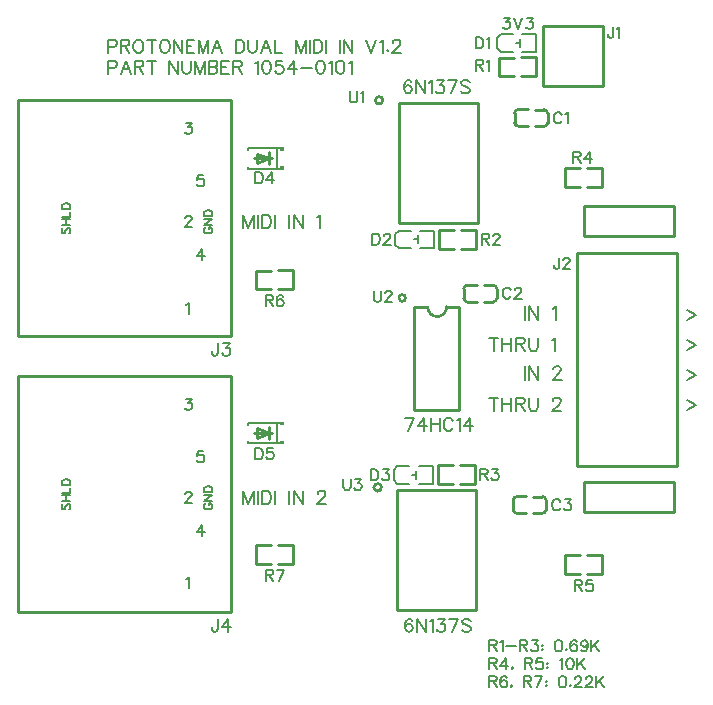
<source format=gto>
G04 Layer: TopSilkscreenLayer*
G04 Panelize: V-CUT, Column: 2, Row: 2, Board Size: 58.42mm x 58.42mm, Panelized Board Size: 118.84mm x 118.84mm*
G04 EasyEDA v6.5.32, 2023-07-30 20:55:49*
G04 df3d2865ddba4bfc9c966cc034514575,5a6b42c53f6a479593ecc07194224c93,10*
G04 Gerber Generator version 0.2*
G04 Scale: 100 percent, Rotated: No, Reflected: No *
G04 Dimensions in millimeters *
G04 leading zeros omitted , absolute positions ,4 integer and 5 decimal *
%FSLAX45Y45*%
%MOMM*%

%ADD10C,0.1524*%
%ADD11C,0.1520*%
%ADD12C,0.2540*%
%ADD13C,0.1500*%

%LPD*%
D10*
X762000Y5423915D02*
G01*
X762000Y5314950D01*
X762000Y5423915D02*
G01*
X808736Y5423915D01*
X824229Y5418836D01*
X829563Y5413502D01*
X834644Y5403087D01*
X834644Y5387594D01*
X829563Y5377179D01*
X824229Y5372100D01*
X808736Y5366765D01*
X762000Y5366765D01*
X910589Y5423915D02*
G01*
X868934Y5314950D01*
X910589Y5423915D02*
G01*
X952245Y5314950D01*
X884681Y5351271D02*
G01*
X936497Y5351271D01*
X986536Y5423915D02*
G01*
X986536Y5314950D01*
X986536Y5423915D02*
G01*
X1033271Y5423915D01*
X1048765Y5418836D01*
X1054100Y5413502D01*
X1059179Y5403087D01*
X1059179Y5392673D01*
X1054100Y5382260D01*
X1048765Y5377179D01*
X1033271Y5372100D01*
X986536Y5372100D01*
X1022857Y5372100D02*
G01*
X1059179Y5314950D01*
X1129792Y5423915D02*
G01*
X1129792Y5314950D01*
X1093470Y5423915D02*
G01*
X1166113Y5423915D01*
X1280413Y5423915D02*
G01*
X1280413Y5314950D01*
X1280413Y5423915D02*
G01*
X1353312Y5314950D01*
X1353312Y5423915D02*
G01*
X1353312Y5314950D01*
X1387602Y5423915D02*
G01*
X1387602Y5345937D01*
X1392681Y5330444D01*
X1403095Y5320029D01*
X1418589Y5314950D01*
X1429004Y5314950D01*
X1444752Y5320029D01*
X1455165Y5330444D01*
X1460245Y5345937D01*
X1460245Y5423915D01*
X1494536Y5423915D02*
G01*
X1494536Y5314950D01*
X1494536Y5423915D02*
G01*
X1536192Y5314950D01*
X1577594Y5423915D02*
G01*
X1536192Y5314950D01*
X1577594Y5423915D02*
G01*
X1577594Y5314950D01*
X1611884Y5423915D02*
G01*
X1611884Y5314950D01*
X1611884Y5423915D02*
G01*
X1658620Y5423915D01*
X1674368Y5418836D01*
X1679447Y5413502D01*
X1684781Y5403087D01*
X1684781Y5392673D01*
X1679447Y5382260D01*
X1674368Y5377179D01*
X1658620Y5372100D01*
X1611884Y5372100D02*
G01*
X1658620Y5372100D01*
X1674368Y5366765D01*
X1679447Y5361686D01*
X1684781Y5351271D01*
X1684781Y5335523D01*
X1679447Y5325110D01*
X1674368Y5320029D01*
X1658620Y5314950D01*
X1611884Y5314950D01*
X1719071Y5423915D02*
G01*
X1719071Y5314950D01*
X1719071Y5423915D02*
G01*
X1786636Y5423915D01*
X1719071Y5372100D02*
G01*
X1760473Y5372100D01*
X1719071Y5314950D02*
G01*
X1786636Y5314950D01*
X1820926Y5423915D02*
G01*
X1820926Y5314950D01*
X1820926Y5423915D02*
G01*
X1867662Y5423915D01*
X1883155Y5418836D01*
X1888489Y5413502D01*
X1893570Y5403087D01*
X1893570Y5392673D01*
X1888489Y5382260D01*
X1883155Y5377179D01*
X1867662Y5372100D01*
X1820926Y5372100D01*
X1857247Y5372100D02*
G01*
X1893570Y5314950D01*
X2007870Y5403087D02*
G01*
X2018284Y5408421D01*
X2033777Y5423915D01*
X2033777Y5314950D01*
X2099309Y5423915D02*
G01*
X2083815Y5418836D01*
X2073402Y5403087D01*
X2068068Y5377179D01*
X2068068Y5361686D01*
X2073402Y5335523D01*
X2083815Y5320029D01*
X2099309Y5314950D01*
X2109724Y5314950D01*
X2125218Y5320029D01*
X2135631Y5335523D01*
X2140965Y5361686D01*
X2140965Y5377179D01*
X2135631Y5403087D01*
X2125218Y5418836D01*
X2109724Y5423915D01*
X2099309Y5423915D01*
X2237486Y5423915D02*
G01*
X2185670Y5423915D01*
X2180336Y5377179D01*
X2185670Y5382260D01*
X2201163Y5387594D01*
X2216658Y5387594D01*
X2232406Y5382260D01*
X2242820Y5372100D01*
X2247900Y5356352D01*
X2247900Y5345937D01*
X2242820Y5330444D01*
X2232406Y5320029D01*
X2216658Y5314950D01*
X2201163Y5314950D01*
X2185670Y5320029D01*
X2180336Y5325110D01*
X2175256Y5335523D01*
X2334259Y5423915D02*
G01*
X2282190Y5351271D01*
X2360168Y5351271D01*
X2334259Y5423915D02*
G01*
X2334259Y5314950D01*
X2394458Y5361686D02*
G01*
X2487929Y5361686D01*
X2553461Y5423915D02*
G01*
X2537713Y5418836D01*
X2527300Y5403087D01*
X2522220Y5377179D01*
X2522220Y5361686D01*
X2527300Y5335523D01*
X2537713Y5320029D01*
X2553461Y5314950D01*
X2563875Y5314950D01*
X2579370Y5320029D01*
X2589784Y5335523D01*
X2594863Y5361686D01*
X2594863Y5377179D01*
X2589784Y5403087D01*
X2579370Y5418836D01*
X2563875Y5423915D01*
X2553461Y5423915D01*
X2629154Y5403087D02*
G01*
X2639568Y5408421D01*
X2655315Y5423915D01*
X2655315Y5314950D01*
X2720593Y5423915D02*
G01*
X2705100Y5418836D01*
X2694686Y5403087D01*
X2689606Y5377179D01*
X2689606Y5361686D01*
X2694686Y5335523D01*
X2705100Y5320029D01*
X2720593Y5314950D01*
X2731008Y5314950D01*
X2746756Y5320029D01*
X2757170Y5335523D01*
X2762250Y5361686D01*
X2762250Y5377179D01*
X2757170Y5403087D01*
X2746756Y5418836D01*
X2731008Y5423915D01*
X2720593Y5423915D01*
X2796540Y5403087D02*
G01*
X2806954Y5408421D01*
X2822447Y5423915D01*
X2822447Y5314950D01*
X762000Y5601715D02*
G01*
X762000Y5492750D01*
X762000Y5601715D02*
G01*
X808736Y5601715D01*
X824229Y5596636D01*
X829563Y5591302D01*
X834644Y5580887D01*
X834644Y5565394D01*
X829563Y5554979D01*
X824229Y5549900D01*
X808736Y5544565D01*
X762000Y5544565D01*
X868934Y5601715D02*
G01*
X868934Y5492750D01*
X868934Y5601715D02*
G01*
X915670Y5601715D01*
X931418Y5596636D01*
X936497Y5591302D01*
X941831Y5580887D01*
X941831Y5570473D01*
X936497Y5560060D01*
X931418Y5554979D01*
X915670Y5549900D01*
X868934Y5549900D01*
X905510Y5549900D02*
G01*
X941831Y5492750D01*
X1007110Y5601715D02*
G01*
X996950Y5596636D01*
X986536Y5586221D01*
X981202Y5575807D01*
X976121Y5560060D01*
X976121Y5534152D01*
X981202Y5518657D01*
X986536Y5508244D01*
X996950Y5497829D01*
X1007110Y5492750D01*
X1027937Y5492750D01*
X1038352Y5497829D01*
X1048765Y5508244D01*
X1054100Y5518657D01*
X1059179Y5534152D01*
X1059179Y5560060D01*
X1054100Y5575807D01*
X1048765Y5586221D01*
X1038352Y5596636D01*
X1027937Y5601715D01*
X1007110Y5601715D01*
X1129792Y5601715D02*
G01*
X1129792Y5492750D01*
X1093470Y5601715D02*
G01*
X1166113Y5601715D01*
X1231645Y5601715D02*
G01*
X1221231Y5596636D01*
X1210818Y5586221D01*
X1205737Y5575807D01*
X1200404Y5560060D01*
X1200404Y5534152D01*
X1205737Y5518657D01*
X1210818Y5508244D01*
X1221231Y5497829D01*
X1231645Y5492750D01*
X1252473Y5492750D01*
X1262887Y5497829D01*
X1273302Y5508244D01*
X1278381Y5518657D01*
X1283715Y5534152D01*
X1283715Y5560060D01*
X1278381Y5575807D01*
X1273302Y5586221D01*
X1262887Y5596636D01*
X1252473Y5601715D01*
X1231645Y5601715D01*
X1318005Y5601715D02*
G01*
X1318005Y5492750D01*
X1318005Y5601715D02*
G01*
X1390650Y5492750D01*
X1390650Y5601715D02*
G01*
X1390650Y5492750D01*
X1424939Y5601715D02*
G01*
X1424939Y5492750D01*
X1424939Y5601715D02*
G01*
X1492504Y5601715D01*
X1424939Y5549900D02*
G01*
X1466595Y5549900D01*
X1424939Y5492750D02*
G01*
X1492504Y5492750D01*
X1526794Y5601715D02*
G01*
X1526794Y5492750D01*
X1526794Y5601715D02*
G01*
X1568450Y5492750D01*
X1609852Y5601715D02*
G01*
X1568450Y5492750D01*
X1609852Y5601715D02*
G01*
X1609852Y5492750D01*
X1685797Y5601715D02*
G01*
X1644142Y5492750D01*
X1685797Y5601715D02*
G01*
X1727200Y5492750D01*
X1659889Y5529071D02*
G01*
X1711705Y5529071D01*
X1841500Y5601715D02*
G01*
X1841500Y5492750D01*
X1841500Y5601715D02*
G01*
X1878076Y5601715D01*
X1893570Y5596636D01*
X1903984Y5586221D01*
X1909063Y5575807D01*
X1914397Y5560060D01*
X1914397Y5534152D01*
X1909063Y5518657D01*
X1903984Y5508244D01*
X1893570Y5497829D01*
X1878076Y5492750D01*
X1841500Y5492750D01*
X1948688Y5601715D02*
G01*
X1948688Y5523737D01*
X1953768Y5508244D01*
X1964181Y5497829D01*
X1979929Y5492750D01*
X1990090Y5492750D01*
X2005838Y5497829D01*
X2016252Y5508244D01*
X2021331Y5523737D01*
X2021331Y5601715D01*
X2097277Y5601715D02*
G01*
X2055622Y5492750D01*
X2097277Y5601715D02*
G01*
X2138679Y5492750D01*
X2071370Y5529071D02*
G01*
X2123186Y5529071D01*
X2172970Y5601715D02*
G01*
X2172970Y5492750D01*
X2172970Y5492750D02*
G01*
X2235454Y5492750D01*
X2349754Y5601715D02*
G01*
X2349754Y5492750D01*
X2349754Y5601715D02*
G01*
X2391409Y5492750D01*
X2432811Y5601715D02*
G01*
X2391409Y5492750D01*
X2432811Y5601715D02*
G01*
X2432811Y5492750D01*
X2467102Y5601715D02*
G01*
X2467102Y5492750D01*
X2501391Y5601715D02*
G01*
X2501391Y5492750D01*
X2501391Y5601715D02*
G01*
X2537713Y5601715D01*
X2553461Y5596636D01*
X2563875Y5586221D01*
X2568956Y5575807D01*
X2574290Y5560060D01*
X2574290Y5534152D01*
X2568956Y5518657D01*
X2563875Y5508244D01*
X2553461Y5497829D01*
X2537713Y5492750D01*
X2501391Y5492750D01*
X2608579Y5601715D02*
G01*
X2608579Y5492750D01*
X2722879Y5601715D02*
G01*
X2722879Y5492750D01*
X2757170Y5601715D02*
G01*
X2757170Y5492750D01*
X2757170Y5601715D02*
G01*
X2829813Y5492750D01*
X2829813Y5601715D02*
G01*
X2829813Y5492750D01*
X2944113Y5601715D02*
G01*
X2985770Y5492750D01*
X3027172Y5601715D02*
G01*
X2985770Y5492750D01*
X3061461Y5580887D02*
G01*
X3071875Y5586221D01*
X3087370Y5601715D01*
X3087370Y5492750D01*
X3126993Y5518657D02*
G01*
X3121659Y5513323D01*
X3126993Y5508244D01*
X3132074Y5513323D01*
X3126993Y5518657D01*
X3171697Y5575807D02*
G01*
X3171697Y5580887D01*
X3176777Y5591302D01*
X3182111Y5596636D01*
X3192525Y5601715D01*
X3213100Y5601715D01*
X3223513Y5596636D01*
X3228847Y5591302D01*
X3233927Y5580887D01*
X3233927Y5570473D01*
X3228847Y5560060D01*
X3218434Y5544565D01*
X3166363Y5492750D01*
X3239261Y5492750D01*
X4292584Y2838947D02*
G01*
X4292584Y2724393D01*
X4328652Y2838947D02*
G01*
X4328652Y2724393D01*
X4328652Y2838947D02*
G01*
X4404852Y2724393D01*
X4404852Y2838947D02*
G01*
X4404852Y2724393D01*
X4530328Y2811515D02*
G01*
X4530328Y2817103D01*
X4535916Y2828025D01*
X4541250Y2833359D01*
X4552172Y2838947D01*
X4574016Y2838947D01*
X4584938Y2833359D01*
X4590526Y2828025D01*
X4595860Y2817103D01*
X4595860Y2806181D01*
X4590526Y2795259D01*
X4579604Y2779003D01*
X4524994Y2724393D01*
X4601194Y2724393D01*
X4111243Y5790437D02*
G01*
X4161281Y5790437D01*
X4133850Y5754115D01*
X4147565Y5754115D01*
X4156709Y5749544D01*
X4161281Y5744971D01*
X4165854Y5731510D01*
X4165854Y5722365D01*
X4161281Y5708650D01*
X4152138Y5699505D01*
X4138422Y5694934D01*
X4124706Y5694934D01*
X4111243Y5699505D01*
X4106672Y5704078D01*
X4102100Y5713221D01*
X4195825Y5790437D02*
G01*
X4232147Y5694934D01*
X4268470Y5790437D02*
G01*
X4232147Y5694934D01*
X4307586Y5790437D02*
G01*
X4357624Y5790437D01*
X4330191Y5754115D01*
X4343908Y5754115D01*
X4353052Y5749544D01*
X4357624Y5744971D01*
X4362195Y5731510D01*
X4362195Y5722365D01*
X4357624Y5708650D01*
X4348479Y5699505D01*
X4334763Y5694934D01*
X4321302Y5694934D01*
X4307586Y5699505D01*
X4303013Y5704078D01*
X4298441Y5713221D01*
D11*
X3349236Y2401310D02*
G01*
X3297420Y2292344D01*
X3276592Y2401310D02*
G01*
X3349236Y2401310D01*
X3435596Y2401310D02*
G01*
X3383526Y2328666D01*
X3461504Y2328666D01*
X3435596Y2401310D02*
G01*
X3435596Y2292344D01*
X3495794Y2401310D02*
G01*
X3495794Y2292344D01*
X3568692Y2401310D02*
G01*
X3568692Y2292344D01*
X3495794Y2349494D02*
G01*
X3568692Y2349494D01*
X3680706Y2375402D02*
G01*
X3675626Y2385816D01*
X3665212Y2396230D01*
X3654798Y2401310D01*
X3633970Y2401310D01*
X3623556Y2396230D01*
X3613142Y2385816D01*
X3608062Y2375402D01*
X3602982Y2359654D01*
X3602982Y2333746D01*
X3608062Y2318252D01*
X3613142Y2307838D01*
X3623556Y2297424D01*
X3633970Y2292344D01*
X3654798Y2292344D01*
X3665212Y2297424D01*
X3675626Y2307838D01*
X3680706Y2318252D01*
X3714996Y2380482D02*
G01*
X3725410Y2385816D01*
X3741158Y2401310D01*
X3741158Y2292344D01*
X3827264Y2401310D02*
G01*
X3775448Y2328666D01*
X3853172Y2328666D01*
X3827264Y2401310D02*
G01*
X3827264Y2292344D01*
X3337120Y682985D02*
G01*
X3332040Y693399D01*
X3316292Y698733D01*
X3305878Y698733D01*
X3290384Y693399D01*
X3279970Y677905D01*
X3274890Y651743D01*
X3274890Y625835D01*
X3279970Y605007D01*
X3290384Y594593D01*
X3305878Y589513D01*
X3311212Y589513D01*
X3326706Y594593D01*
X3337120Y605007D01*
X3342454Y620755D01*
X3342454Y625835D01*
X3337120Y641583D01*
X3326706Y651743D01*
X3311212Y657077D01*
X3305878Y657077D01*
X3290384Y651743D01*
X3279970Y641583D01*
X3274890Y625835D01*
X3376744Y698733D02*
G01*
X3376744Y589513D01*
X3376744Y698733D02*
G01*
X3449388Y589513D01*
X3449388Y698733D02*
G01*
X3449388Y589513D01*
X3483678Y677905D02*
G01*
X3494092Y682985D01*
X3509586Y698733D01*
X3509586Y589513D01*
X3554290Y698733D02*
G01*
X3611440Y698733D01*
X3580198Y657077D01*
X3595946Y657077D01*
X3606360Y651743D01*
X3611440Y646663D01*
X3616774Y631169D01*
X3616774Y620755D01*
X3611440Y605007D01*
X3601026Y594593D01*
X3585532Y589513D01*
X3569784Y589513D01*
X3554290Y594593D01*
X3549210Y599927D01*
X3543876Y610341D01*
X3723708Y698733D02*
G01*
X3671638Y589513D01*
X3651064Y698733D02*
G01*
X3723708Y698733D01*
X3830642Y682985D02*
G01*
X3820228Y693399D01*
X3804734Y698733D01*
X3783906Y698733D01*
X3768412Y693399D01*
X3757998Y682985D01*
X3757998Y672571D01*
X3763078Y662157D01*
X3768412Y657077D01*
X3778826Y651743D01*
X3809814Y641583D01*
X3820228Y636249D01*
X3825562Y631169D01*
X3830642Y620755D01*
X3830642Y605007D01*
X3820228Y594593D01*
X3804734Y589513D01*
X3783906Y589513D01*
X3768412Y594593D01*
X3757998Y605007D01*
D10*
X4292584Y3346942D02*
G01*
X4292584Y3232388D01*
X4328652Y3346942D02*
G01*
X4328652Y3232388D01*
X4328652Y3346942D02*
G01*
X4404852Y3232388D01*
X4404852Y3346942D02*
G01*
X4404852Y3232388D01*
X4524994Y3325098D02*
G01*
X4535916Y3330432D01*
X4552172Y3346942D01*
X4552172Y3232388D01*
X5036565Y5714237D02*
G01*
X5036565Y5641594D01*
X5031993Y5627878D01*
X5027424Y5623305D01*
X5018277Y5618734D01*
X5009390Y5618734D01*
X5000243Y5623305D01*
X4995674Y5627878D01*
X4991105Y5641594D01*
X4991105Y5650737D01*
X5066540Y5696204D02*
G01*
X5075681Y5700776D01*
X5089397Y5714237D01*
X5089397Y5618734D01*
D11*
X3329114Y5242283D02*
G01*
X3324034Y5252697D01*
X3308286Y5258031D01*
X3297872Y5258031D01*
X3282378Y5252697D01*
X3271964Y5237203D01*
X3266884Y5211041D01*
X3266884Y5185133D01*
X3271964Y5164305D01*
X3282378Y5153891D01*
X3297872Y5148811D01*
X3303206Y5148811D01*
X3318700Y5153891D01*
X3329114Y5164305D01*
X3334448Y5180053D01*
X3334448Y5185133D01*
X3329114Y5200881D01*
X3318700Y5211041D01*
X3303206Y5216375D01*
X3297872Y5216375D01*
X3282378Y5211041D01*
X3271964Y5200881D01*
X3266884Y5185133D01*
X3368738Y5258031D02*
G01*
X3368738Y5148811D01*
X3368738Y5258031D02*
G01*
X3441382Y5148811D01*
X3441382Y5258031D02*
G01*
X3441382Y5148811D01*
X3475672Y5237203D02*
G01*
X3486086Y5242283D01*
X3501580Y5258031D01*
X3501580Y5148811D01*
X3546284Y5258031D02*
G01*
X3603434Y5258031D01*
X3572192Y5216375D01*
X3587940Y5216375D01*
X3598354Y5211041D01*
X3603434Y5205961D01*
X3608768Y5190467D01*
X3608768Y5180053D01*
X3603434Y5164305D01*
X3593020Y5153891D01*
X3577526Y5148811D01*
X3561778Y5148811D01*
X3546284Y5153891D01*
X3541204Y5159225D01*
X3535870Y5169639D01*
X3715702Y5258031D02*
G01*
X3663632Y5148811D01*
X3643058Y5258031D02*
G01*
X3715702Y5258031D01*
X3822636Y5242283D02*
G01*
X3812222Y5252697D01*
X3796728Y5258031D01*
X3775900Y5258031D01*
X3760406Y5252697D01*
X3749992Y5242283D01*
X3749992Y5231869D01*
X3755072Y5221455D01*
X3760406Y5216375D01*
X3770820Y5211041D01*
X3801808Y5200881D01*
X3812222Y5195547D01*
X3817556Y5190467D01*
X3822636Y5180053D01*
X3822636Y5164305D01*
X3812222Y5153891D01*
X3796728Y5148811D01*
X3775900Y5148811D01*
X3760406Y5153891D01*
X3749992Y5164305D01*
D10*
X5664200Y3313176D02*
G01*
X5736843Y3272281D01*
X5664200Y3231134D01*
X5664200Y3059176D02*
G01*
X5736843Y3018281D01*
X5664200Y2977134D01*
X5664200Y2805176D02*
G01*
X5736843Y2764281D01*
X5664200Y2723134D01*
X5664200Y2551176D02*
G01*
X5736843Y2510281D01*
X5664200Y2469134D01*
X4579355Y3758455D02*
G01*
X4579355Y3685811D01*
X4574783Y3672095D01*
X4570211Y3667523D01*
X4561067Y3662951D01*
X4552177Y3662951D01*
X4543033Y3667523D01*
X4538461Y3672095D01*
X4533889Y3685811D01*
X4533889Y3694955D01*
X4613899Y3735849D02*
G01*
X4613899Y3740421D01*
X4618471Y3749311D01*
X4623043Y3753883D01*
X4632187Y3758455D01*
X4650221Y3758455D01*
X4659365Y3753883D01*
X4663937Y3749311D01*
X4668509Y3740421D01*
X4668509Y3731277D01*
X4663937Y3722133D01*
X4654793Y3708417D01*
X4609327Y3662951D01*
X4673081Y3662951D01*
X4025900Y2572257D02*
G01*
X4025900Y2457704D01*
X3987800Y2572257D02*
G01*
X4064254Y2572257D01*
X4100068Y2572257D02*
G01*
X4100068Y2457704D01*
X4176522Y2572257D02*
G01*
X4176522Y2457704D01*
X4100068Y2517647D02*
G01*
X4176522Y2517647D01*
X4212590Y2572257D02*
G01*
X4212590Y2457704D01*
X4212590Y2572257D02*
G01*
X4261611Y2572257D01*
X4277868Y2566670D01*
X4283456Y2561336D01*
X4288790Y2550413D01*
X4288790Y2539492D01*
X4283456Y2528570D01*
X4277868Y2522981D01*
X4261611Y2517647D01*
X4212590Y2517647D01*
X4250690Y2517647D02*
G01*
X4288790Y2457704D01*
X4324858Y2572257D02*
G01*
X4324858Y2490470D01*
X4330445Y2473960D01*
X4341368Y2463037D01*
X4357624Y2457704D01*
X4368545Y2457704D01*
X4384802Y2463037D01*
X4395724Y2473960D01*
X4401311Y2490470D01*
X4401311Y2572257D01*
X4526788Y2544826D02*
G01*
X4526788Y2550413D01*
X4532122Y2561336D01*
X4537709Y2566670D01*
X4548631Y2572257D01*
X4570222Y2572257D01*
X4581143Y2566670D01*
X4586731Y2561336D01*
X4592065Y2550413D01*
X4592065Y2539492D01*
X4586731Y2528570D01*
X4575809Y2512313D01*
X4521200Y2457704D01*
X4597654Y2457704D01*
X4025892Y3080252D02*
G01*
X4025892Y2965698D01*
X3987792Y3080252D02*
G01*
X4064246Y3080252D01*
X4100060Y3080252D02*
G01*
X4100060Y2965698D01*
X4176514Y3080252D02*
G01*
X4176514Y2965698D01*
X4100060Y3025642D02*
G01*
X4176514Y3025642D01*
X4212582Y3080252D02*
G01*
X4212582Y2965698D01*
X4212582Y3080252D02*
G01*
X4261604Y3080252D01*
X4277860Y3074664D01*
X4283448Y3069330D01*
X4288782Y3058408D01*
X4288782Y3047486D01*
X4283448Y3036564D01*
X4277860Y3030976D01*
X4261604Y3025642D01*
X4212582Y3025642D01*
X4250682Y3025642D02*
G01*
X4288782Y2965698D01*
X4324850Y3080252D02*
G01*
X4324850Y2998464D01*
X4330438Y2981954D01*
X4341360Y2971032D01*
X4357616Y2965698D01*
X4368538Y2965698D01*
X4384794Y2971032D01*
X4395716Y2981954D01*
X4401304Y2998464D01*
X4401304Y3080252D01*
X4521192Y3058408D02*
G01*
X4532114Y3063742D01*
X4548624Y3080252D01*
X4548624Y2965698D01*
X1905000Y4121657D02*
G01*
X1905000Y4007104D01*
X1905000Y4121657D02*
G01*
X1948688Y4007104D01*
X1992375Y4121657D02*
G01*
X1948688Y4007104D01*
X1992375Y4121657D02*
G01*
X1992375Y4007104D01*
X2028190Y4121657D02*
G01*
X2028190Y4007104D01*
X2064258Y4121657D02*
G01*
X2064258Y4007104D01*
X2064258Y4121657D02*
G01*
X2102358Y4121657D01*
X2118868Y4116070D01*
X2129790Y4105147D01*
X2135124Y4094226D01*
X2140711Y4077970D01*
X2140711Y4050792D01*
X2135124Y4034281D01*
X2129790Y4023360D01*
X2118868Y4012437D01*
X2102358Y4007104D01*
X2064258Y4007104D01*
X2176525Y4121657D02*
G01*
X2176525Y4007104D01*
X2296668Y4121657D02*
G01*
X2296668Y4007104D01*
X2332736Y4121657D02*
G01*
X2332736Y4007104D01*
X2332736Y4121657D02*
G01*
X2408936Y4007104D01*
X2408936Y4121657D02*
G01*
X2408936Y4007104D01*
X2529077Y4099813D02*
G01*
X2540000Y4105147D01*
X2556256Y4121657D01*
X2556256Y4007104D01*
X1905000Y1784857D02*
G01*
X1905000Y1670304D01*
X1905000Y1784857D02*
G01*
X1948688Y1670304D01*
X1992375Y1784857D02*
G01*
X1948688Y1670304D01*
X1992375Y1784857D02*
G01*
X1992375Y1670304D01*
X2028190Y1784857D02*
G01*
X2028190Y1670304D01*
X2064258Y1784857D02*
G01*
X2064258Y1670304D01*
X2064258Y1784857D02*
G01*
X2102358Y1784857D01*
X2118868Y1779270D01*
X2129790Y1768347D01*
X2135124Y1757426D01*
X2140711Y1741170D01*
X2140711Y1713992D01*
X2135124Y1697481D01*
X2129790Y1686560D01*
X2118868Y1675637D01*
X2102358Y1670304D01*
X2064258Y1670304D01*
X2176525Y1784857D02*
G01*
X2176525Y1670304D01*
X2296668Y1784857D02*
G01*
X2296668Y1670304D01*
X2332736Y1784857D02*
G01*
X2332736Y1670304D01*
X2332736Y1784857D02*
G01*
X2408936Y1670304D01*
X2408936Y1784857D02*
G01*
X2408936Y1670304D01*
X2534411Y1757426D02*
G01*
X2534411Y1763013D01*
X2540000Y1773936D01*
X2545334Y1779270D01*
X2556256Y1784857D01*
X2578100Y1784857D01*
X2589022Y1779270D01*
X2594356Y1773936D01*
X2599943Y1763013D01*
X2599943Y1752092D01*
X2594356Y1741170D01*
X2583434Y1724913D01*
X2529077Y1670304D01*
X2605277Y1670304D01*
X3987800Y215137D02*
G01*
X3987800Y119634D01*
X3987800Y215137D02*
G01*
X4028693Y215137D01*
X4042409Y210565D01*
X4046981Y205994D01*
X4051554Y197104D01*
X4051554Y187960D01*
X4046981Y178815D01*
X4042409Y174244D01*
X4028693Y169671D01*
X3987800Y169671D01*
X4019550Y169671D02*
G01*
X4051554Y119634D01*
X4135881Y201676D02*
G01*
X4131309Y210565D01*
X4117847Y215137D01*
X4108704Y215137D01*
X4094988Y210565D01*
X4086097Y197104D01*
X4081525Y174244D01*
X4081525Y151637D01*
X4086097Y133350D01*
X4094988Y124205D01*
X4108704Y119634D01*
X4113275Y119634D01*
X4126991Y124205D01*
X4135881Y133350D01*
X4140454Y147065D01*
X4140454Y151637D01*
X4135881Y165100D01*
X4126991Y174244D01*
X4113275Y178815D01*
X4108704Y178815D01*
X4094988Y174244D01*
X4086097Y165100D01*
X4081525Y151637D01*
X4179570Y137921D02*
G01*
X4174997Y133350D01*
X4170425Y137921D01*
X4174997Y142494D01*
X4179570Y137921D01*
X4179570Y128778D01*
X4170425Y119634D01*
X4279645Y215137D02*
G01*
X4279645Y119634D01*
X4279645Y215137D02*
G01*
X4320540Y215137D01*
X4334256Y210565D01*
X4338574Y205994D01*
X4343145Y197104D01*
X4343145Y187960D01*
X4338574Y178815D01*
X4334256Y174244D01*
X4320540Y169671D01*
X4279645Y169671D01*
X4311395Y169671D02*
G01*
X4343145Y119634D01*
X4436872Y215137D02*
G01*
X4391406Y119634D01*
X4373372Y215137D02*
G01*
X4436872Y215137D01*
X4471415Y174244D02*
G01*
X4466843Y169671D01*
X4471415Y165100D01*
X4475988Y169671D01*
X4471415Y174244D01*
X4471415Y142494D02*
G01*
X4466843Y137921D01*
X4471415Y133350D01*
X4475988Y137921D01*
X4471415Y142494D01*
X4603241Y215137D02*
G01*
X4589525Y210565D01*
X4580636Y197104D01*
X4576063Y174244D01*
X4576063Y160781D01*
X4580636Y137921D01*
X4589525Y124205D01*
X4603241Y119634D01*
X4612386Y119634D01*
X4625847Y124205D01*
X4634991Y137921D01*
X4639563Y160781D01*
X4639563Y174244D01*
X4634991Y197104D01*
X4625847Y210565D01*
X4612386Y215137D01*
X4603241Y215137D01*
X4674108Y142494D02*
G01*
X4669536Y137921D01*
X4674108Y133350D01*
X4678679Y137921D01*
X4674108Y142494D01*
X4713224Y192531D02*
G01*
X4713224Y197104D01*
X4717795Y205994D01*
X4722368Y210565D01*
X4731511Y215137D01*
X4749545Y215137D01*
X4758690Y210565D01*
X4763261Y205994D01*
X4767834Y197104D01*
X4767834Y187960D01*
X4763261Y178815D01*
X4754118Y165100D01*
X4708652Y119634D01*
X4772406Y119634D01*
X4806950Y192531D02*
G01*
X4806950Y197104D01*
X4811522Y205994D01*
X4816093Y210565D01*
X4824984Y215137D01*
X4843272Y215137D01*
X4852415Y210565D01*
X4856988Y205994D01*
X4861306Y197104D01*
X4861306Y187960D01*
X4856988Y178815D01*
X4847843Y165100D01*
X4802377Y119634D01*
X4865877Y119634D01*
X4895850Y215137D02*
G01*
X4895850Y119634D01*
X4959604Y215137D02*
G01*
X4895850Y151637D01*
X4918709Y174244D02*
G01*
X4959604Y119634D01*
X3987800Y367537D02*
G01*
X3987800Y272034D01*
X3987800Y367537D02*
G01*
X4028693Y367537D01*
X4042409Y362965D01*
X4046981Y358394D01*
X4051554Y349504D01*
X4051554Y340360D01*
X4046981Y331215D01*
X4042409Y326644D01*
X4028693Y322071D01*
X3987800Y322071D01*
X4019550Y322071D02*
G01*
X4051554Y272034D01*
X4126991Y367537D02*
G01*
X4081525Y304037D01*
X4149597Y304037D01*
X4126991Y367537D02*
G01*
X4126991Y272034D01*
X4188713Y290321D02*
G01*
X4184141Y285750D01*
X4179570Y290321D01*
X4184141Y294894D01*
X4188713Y290321D01*
X4188713Y281178D01*
X4179570Y272034D01*
X4288790Y367537D02*
G01*
X4288790Y272034D01*
X4288790Y367537D02*
G01*
X4329684Y367537D01*
X4343145Y362965D01*
X4347718Y358394D01*
X4352290Y349504D01*
X4352290Y340360D01*
X4347718Y331215D01*
X4343145Y326644D01*
X4329684Y322071D01*
X4288790Y322071D01*
X4320540Y322071D02*
G01*
X4352290Y272034D01*
X4436872Y367537D02*
G01*
X4391406Y367537D01*
X4386834Y326644D01*
X4391406Y331215D01*
X4405122Y335787D01*
X4418584Y335787D01*
X4432300Y331215D01*
X4441443Y322071D01*
X4446015Y308610D01*
X4446015Y299465D01*
X4441443Y285750D01*
X4432300Y276605D01*
X4418584Y272034D01*
X4405122Y272034D01*
X4391406Y276605D01*
X4386834Y281178D01*
X4382261Y290321D01*
X4480559Y326644D02*
G01*
X4475988Y322071D01*
X4480559Y317500D01*
X4485131Y322071D01*
X4480559Y326644D01*
X4480559Y294894D02*
G01*
X4475988Y290321D01*
X4480559Y285750D01*
X4485131Y290321D01*
X4480559Y294894D01*
X4584954Y349504D02*
G01*
X4594097Y354076D01*
X4607813Y367537D01*
X4607813Y272034D01*
X4664963Y367537D02*
G01*
X4651502Y362965D01*
X4642358Y349504D01*
X4637786Y326644D01*
X4637786Y313181D01*
X4642358Y290321D01*
X4651502Y276605D01*
X4664963Y272034D01*
X4674108Y272034D01*
X4687824Y276605D01*
X4696968Y290321D01*
X4701540Y313181D01*
X4701540Y326644D01*
X4696968Y349504D01*
X4687824Y362965D01*
X4674108Y367537D01*
X4664963Y367537D01*
X4731511Y367537D02*
G01*
X4731511Y272034D01*
X4795011Y367537D02*
G01*
X4731511Y304037D01*
X4754118Y326644D02*
G01*
X4795011Y272034D01*
X3987800Y519937D02*
G01*
X3987800Y424434D01*
X3987800Y519937D02*
G01*
X4028693Y519937D01*
X4042409Y515365D01*
X4046981Y510794D01*
X4051554Y501904D01*
X4051554Y492760D01*
X4046981Y483615D01*
X4042409Y479044D01*
X4028693Y474471D01*
X3987800Y474471D01*
X4019550Y474471D02*
G01*
X4051554Y424434D01*
X4081525Y501904D02*
G01*
X4090415Y506476D01*
X4104131Y519937D01*
X4104131Y424434D01*
X4134104Y465581D02*
G01*
X4215891Y465581D01*
X4245863Y519937D02*
G01*
X4245863Y424434D01*
X4245863Y519937D02*
G01*
X4286758Y519937D01*
X4300474Y515365D01*
X4305045Y510794D01*
X4309618Y501904D01*
X4309618Y492760D01*
X4305045Y483615D01*
X4300474Y479044D01*
X4286758Y474471D01*
X4245863Y474471D01*
X4277868Y474471D02*
G01*
X4309618Y424434D01*
X4348734Y519937D02*
G01*
X4398772Y519937D01*
X4371340Y483615D01*
X4385056Y483615D01*
X4394200Y479044D01*
X4398772Y474471D01*
X4403343Y461010D01*
X4403343Y451865D01*
X4398772Y438150D01*
X4389627Y429005D01*
X4375911Y424434D01*
X4362450Y424434D01*
X4348734Y429005D01*
X4344161Y433578D01*
X4339590Y442721D01*
X4437888Y479044D02*
G01*
X4433315Y474471D01*
X4437888Y469900D01*
X4442459Y474471D01*
X4437888Y479044D01*
X4437888Y447294D02*
G01*
X4433315Y442721D01*
X4437888Y438150D01*
X4442459Y442721D01*
X4437888Y447294D01*
X4569713Y519937D02*
G01*
X4555997Y515365D01*
X4546854Y501904D01*
X4542281Y479044D01*
X4542281Y465581D01*
X4546854Y442721D01*
X4555997Y429005D01*
X4569713Y424434D01*
X4578604Y424434D01*
X4592320Y429005D01*
X4601463Y442721D01*
X4606036Y465581D01*
X4606036Y479044D01*
X4601463Y501904D01*
X4592320Y515365D01*
X4578604Y519937D01*
X4569713Y519937D01*
X4640579Y447294D02*
G01*
X4636008Y442721D01*
X4640579Y438150D01*
X4645152Y442721D01*
X4640579Y447294D01*
X4729734Y506476D02*
G01*
X4725161Y515365D01*
X4711445Y519937D01*
X4702302Y519937D01*
X4688586Y515365D01*
X4679695Y501904D01*
X4675124Y479044D01*
X4675124Y456437D01*
X4679695Y438150D01*
X4688586Y429005D01*
X4702302Y424434D01*
X4706874Y424434D01*
X4720590Y429005D01*
X4729734Y438150D01*
X4734052Y451865D01*
X4734052Y456437D01*
X4729734Y469900D01*
X4720590Y479044D01*
X4706874Y483615D01*
X4702302Y483615D01*
X4688586Y479044D01*
X4679695Y469900D01*
X4675124Y456437D01*
X4823206Y488187D02*
G01*
X4818634Y474471D01*
X4809490Y465581D01*
X4796027Y461010D01*
X4791456Y461010D01*
X4777740Y465581D01*
X4768595Y474471D01*
X4764277Y488187D01*
X4764277Y492760D01*
X4768595Y506476D01*
X4777740Y515365D01*
X4791456Y519937D01*
X4796027Y519937D01*
X4809490Y515365D01*
X4818634Y506476D01*
X4823206Y488187D01*
X4823206Y465581D01*
X4818634Y442721D01*
X4809490Y429005D01*
X4796027Y424434D01*
X4786884Y424434D01*
X4773168Y429005D01*
X4768595Y438150D01*
X4853177Y519937D02*
G01*
X4853177Y424434D01*
X4916931Y519937D02*
G01*
X4853177Y456437D01*
X4876038Y479044D02*
G01*
X4916931Y424434D01*
X2806700Y5168137D02*
G01*
X2806700Y5100065D01*
X2811272Y5086350D01*
X2820415Y5077205D01*
X2833877Y5072634D01*
X2843022Y5072634D01*
X2856738Y5077205D01*
X2865881Y5086350D01*
X2870454Y5100065D01*
X2870454Y5168137D01*
X2900425Y5150104D02*
G01*
X2909315Y5154676D01*
X2923031Y5168137D01*
X2923031Y5072634D01*
X4601972Y4967731D02*
G01*
X4597654Y4976876D01*
X4588509Y4985765D01*
X4579365Y4990337D01*
X4561077Y4990337D01*
X4552188Y4985765D01*
X4543043Y4976876D01*
X4538472Y4967731D01*
X4533900Y4954015D01*
X4533900Y4931410D01*
X4538472Y4917694D01*
X4543043Y4908550D01*
X4552188Y4899405D01*
X4561077Y4894834D01*
X4579365Y4894834D01*
X4588509Y4899405D01*
X4597654Y4908550D01*
X4601972Y4917694D01*
X4632197Y4972304D02*
G01*
X4641088Y4976876D01*
X4654804Y4990337D01*
X4654804Y4894834D01*
X2095494Y3440930D02*
G01*
X2095494Y3345426D01*
X2095494Y3440930D02*
G01*
X2136388Y3440930D01*
X2150104Y3436358D01*
X2154676Y3431786D01*
X2159248Y3422896D01*
X2159248Y3413752D01*
X2154676Y3404608D01*
X2150104Y3400036D01*
X2136388Y3395464D01*
X2095494Y3395464D01*
X2127244Y3395464D02*
G01*
X2159248Y3345426D01*
X2243576Y3427468D02*
G01*
X2239004Y3436358D01*
X2225542Y3440930D01*
X2216398Y3440930D01*
X2202682Y3436358D01*
X2193792Y3422896D01*
X2189220Y3400036D01*
X2189220Y3377430D01*
X2193792Y3359142D01*
X2202682Y3349998D01*
X2216398Y3345426D01*
X2220970Y3345426D01*
X2234686Y3349998D01*
X2243576Y3359142D01*
X2248148Y3372858D01*
X2248148Y3377430D01*
X2243576Y3390892D01*
X2234686Y3400036D01*
X2220970Y3404608D01*
X2216398Y3404608D01*
X2202682Y3400036D01*
X2193792Y3390892D01*
X2189220Y3377430D01*
X2006605Y4482340D02*
G01*
X2006605Y4386836D01*
X2006605Y4482340D02*
G01*
X2038355Y4482340D01*
X2052071Y4477768D01*
X2061215Y4468878D01*
X2065787Y4459734D01*
X2070105Y4446018D01*
X2070105Y4423412D01*
X2065787Y4409696D01*
X2061215Y4400552D01*
X2052071Y4391408D01*
X2038355Y4386836D01*
X2006605Y4386836D01*
X2145797Y4482340D02*
G01*
X2100331Y4418840D01*
X2168403Y4418840D01*
X2145797Y4482340D02*
G01*
X2145797Y4386836D01*
X4698954Y4655626D02*
G01*
X4698954Y4560122D01*
X4698954Y4655626D02*
G01*
X4739848Y4655626D01*
X4753564Y4651054D01*
X4758136Y4646482D01*
X4762708Y4637592D01*
X4762708Y4628448D01*
X4758136Y4619304D01*
X4753564Y4614732D01*
X4739848Y4610160D01*
X4698954Y4610160D01*
X4730704Y4610160D02*
G01*
X4762708Y4560122D01*
X4838146Y4655626D02*
G01*
X4792680Y4592126D01*
X4860752Y4592126D01*
X4838146Y4655626D02*
G01*
X4838146Y4560122D01*
X3009900Y3479037D02*
G01*
X3009900Y3410965D01*
X3014472Y3397250D01*
X3023615Y3388105D01*
X3037077Y3383534D01*
X3046222Y3383534D01*
X3059938Y3388105D01*
X3069081Y3397250D01*
X3073654Y3410965D01*
X3073654Y3479037D01*
X3108197Y3456431D02*
G01*
X3108197Y3461004D01*
X3112515Y3469894D01*
X3117088Y3474465D01*
X3126231Y3479037D01*
X3144520Y3479037D01*
X3153409Y3474465D01*
X3157981Y3469894D01*
X3162554Y3461004D01*
X3162554Y3451860D01*
X3157981Y3442715D01*
X3149091Y3429000D01*
X3103625Y3383534D01*
X3167125Y3383534D01*
X4711689Y1027935D02*
G01*
X4711689Y932431D01*
X4711689Y1027935D02*
G01*
X4752583Y1027935D01*
X4766299Y1023363D01*
X4770871Y1018791D01*
X4775443Y1009901D01*
X4775443Y1000757D01*
X4770871Y991613D01*
X4766299Y987041D01*
X4752583Y982469D01*
X4711689Y982469D01*
X4743439Y982469D02*
G01*
X4775443Y932431D01*
X4859771Y1027935D02*
G01*
X4814305Y1027935D01*
X4809987Y987041D01*
X4814305Y991613D01*
X4828021Y996185D01*
X4841737Y996185D01*
X4855199Y991613D01*
X4864343Y982469D01*
X4868915Y969007D01*
X4868915Y959863D01*
X4864343Y946147D01*
X4855199Y937003D01*
X4841737Y932431D01*
X4828021Y932431D01*
X4814305Y937003D01*
X4809987Y941575D01*
X4805415Y950719D01*
X2095571Y1116860D02*
G01*
X2095571Y1021356D01*
X2095571Y1116860D02*
G01*
X2136465Y1116860D01*
X2149927Y1112288D01*
X2154499Y1107716D01*
X2159071Y1098826D01*
X2159071Y1089682D01*
X2154499Y1080538D01*
X2149927Y1075966D01*
X2136465Y1071394D01*
X2095571Y1071394D01*
X2127321Y1071394D02*
G01*
X2159071Y1021356D01*
X2252797Y1116860D02*
G01*
X2207331Y1021356D01*
X2189043Y1116860D02*
G01*
X2252797Y1116860D01*
X2750301Y1884669D02*
G01*
X2750301Y1816597D01*
X2754873Y1802881D01*
X2764017Y1793737D01*
X2777479Y1789165D01*
X2786623Y1789165D01*
X2800339Y1793737D01*
X2809483Y1802881D01*
X2813801Y1816597D01*
X2813801Y1884669D01*
X2852917Y1884669D02*
G01*
X2902955Y1884669D01*
X2875777Y1848347D01*
X2889493Y1848347D01*
X2898383Y1843775D01*
X2902955Y1839203D01*
X2907527Y1825487D01*
X2907527Y1816597D01*
X2902955Y1802881D01*
X2893811Y1793737D01*
X2880349Y1789165D01*
X2866633Y1789165D01*
X2852917Y1793737D01*
X2848345Y1798309D01*
X2844027Y1807453D01*
X4589272Y1691131D02*
G01*
X4584954Y1700276D01*
X4575809Y1709165D01*
X4566665Y1713737D01*
X4548377Y1713737D01*
X4539488Y1709165D01*
X4530343Y1700276D01*
X4525772Y1691131D01*
X4521200Y1677415D01*
X4521200Y1654810D01*
X4525772Y1641094D01*
X4530343Y1631950D01*
X4539488Y1622805D01*
X4548377Y1618234D01*
X4566665Y1618234D01*
X4575809Y1622805D01*
X4584954Y1631950D01*
X4589272Y1641094D01*
X4628388Y1713737D02*
G01*
X4678425Y1713737D01*
X4651247Y1677415D01*
X4664709Y1677415D01*
X4673854Y1672844D01*
X4678425Y1668271D01*
X4682997Y1654810D01*
X4682997Y1645665D01*
X4678425Y1631950D01*
X4669281Y1622805D01*
X4655820Y1618234D01*
X4642104Y1618234D01*
X4628388Y1622805D01*
X4623815Y1627378D01*
X4619497Y1636521D01*
X2006671Y2145558D02*
G01*
X2006671Y2050054D01*
X2006671Y2145558D02*
G01*
X2038421Y2145558D01*
X2052137Y2140986D01*
X2061027Y2131842D01*
X2065599Y2122952D01*
X2070171Y2109236D01*
X2070171Y2086630D01*
X2065599Y2072914D01*
X2061027Y2063770D01*
X2052137Y2054626D01*
X2038421Y2050054D01*
X2006671Y2050054D01*
X2154753Y2145558D02*
G01*
X2109287Y2145558D01*
X2104715Y2104664D01*
X2109287Y2109236D01*
X2123003Y2113808D01*
X2136719Y2113808D01*
X2150181Y2109236D01*
X2159325Y2100092D01*
X2163897Y2086630D01*
X2163897Y2077486D01*
X2159325Y2063770D01*
X2150181Y2054626D01*
X2136719Y2050054D01*
X2123003Y2050054D01*
X2109287Y2054626D01*
X2104715Y2059198D01*
X2100143Y2068342D01*
X3873500Y5434837D02*
G01*
X3873500Y5339334D01*
X3873500Y5434837D02*
G01*
X3914393Y5434837D01*
X3928109Y5430265D01*
X3932681Y5425694D01*
X3937254Y5416804D01*
X3937254Y5407660D01*
X3932681Y5398515D01*
X3928109Y5393944D01*
X3914393Y5389371D01*
X3873500Y5389371D01*
X3905250Y5389371D02*
G01*
X3937254Y5339334D01*
X3967225Y5416804D02*
G01*
X3976115Y5421376D01*
X3989831Y5434837D01*
X3989831Y5339334D01*
X3873500Y5625337D02*
G01*
X3873500Y5529834D01*
X3873500Y5625337D02*
G01*
X3905250Y5625337D01*
X3918965Y5620765D01*
X3928109Y5611876D01*
X3932681Y5602731D01*
X3937254Y5589015D01*
X3937254Y5566410D01*
X3932681Y5552694D01*
X3928109Y5543550D01*
X3918965Y5534405D01*
X3905250Y5529834D01*
X3873500Y5529834D01*
X3967225Y5607304D02*
G01*
X3976115Y5611876D01*
X3989831Y5625337D01*
X3989831Y5529834D01*
X1422412Y1035301D02*
G01*
X1431559Y1039873D01*
X1445021Y1053335D01*
X1445021Y957831D01*
X1414264Y1754629D02*
G01*
X1414264Y1759201D01*
X1418836Y1768091D01*
X1423405Y1772663D01*
X1432298Y1777235D01*
X1450586Y1777235D01*
X1459730Y1772663D01*
X1464302Y1768091D01*
X1468871Y1759201D01*
X1468871Y1750057D01*
X1464302Y1740913D01*
X1455155Y1727197D01*
X1409689Y1681731D01*
X1473446Y1681731D01*
X1418859Y2564632D02*
G01*
X1468894Y2564632D01*
X1441462Y2528310D01*
X1455178Y2528310D01*
X1464325Y2523738D01*
X1468894Y2519166D01*
X1473212Y2505704D01*
X1473212Y2496560D01*
X1468894Y2482844D01*
X1459753Y2473700D01*
X1446037Y2469128D01*
X1432321Y2469128D01*
X1418859Y2473700D01*
X1414287Y2478272D01*
X1409712Y2487416D01*
X1565904Y2120137D02*
G01*
X1520438Y2120137D01*
X1515866Y2079244D01*
X1520438Y2083815D01*
X1533900Y2088387D01*
X1547616Y2088387D01*
X1561332Y2083815D01*
X1570479Y2074671D01*
X1575048Y2061210D01*
X1575048Y2052065D01*
X1570479Y2038350D01*
X1561332Y2029205D01*
X1547616Y2024634D01*
X1533900Y2024634D01*
X1520438Y2029205D01*
X1515866Y2033778D01*
X1511297Y2042921D01*
X1556755Y1497835D02*
G01*
X1511289Y1434335D01*
X1579364Y1434335D01*
X1556755Y1497835D02*
G01*
X1556755Y1402331D01*
X377949Y1674111D02*
G01*
X371088Y1667253D01*
X367535Y1656839D01*
X367535Y1642869D01*
X371088Y1632455D01*
X377949Y1625597D01*
X384804Y1625597D01*
X391919Y1629153D01*
X395218Y1632455D01*
X398774Y1639567D01*
X405635Y1660141D01*
X409188Y1667253D01*
X412747Y1670555D01*
X419602Y1674111D01*
X430019Y1674111D01*
X436874Y1667253D01*
X440433Y1656839D01*
X440433Y1642869D01*
X436874Y1632455D01*
X430019Y1625597D01*
X367535Y1696971D02*
G01*
X440433Y1696971D01*
X367535Y1745485D02*
G01*
X440433Y1745485D01*
X402333Y1696971D02*
G01*
X402333Y1745485D01*
X367535Y1768345D02*
G01*
X440433Y1768345D01*
X440433Y1768345D02*
G01*
X440433Y1809747D01*
X367535Y1832607D02*
G01*
X440433Y1832607D01*
X367535Y1832607D02*
G01*
X367535Y1856991D01*
X371088Y1867405D01*
X377949Y1874263D01*
X384804Y1877819D01*
X395218Y1881121D01*
X412747Y1881121D01*
X422904Y1877819D01*
X430019Y1874263D01*
X436874Y1867405D01*
X440433Y1856991D01*
X440433Y1832607D01*
X1588767Y1677667D02*
G01*
X1581652Y1674111D01*
X1574797Y1667253D01*
X1571238Y1660141D01*
X1571238Y1646425D01*
X1574797Y1639567D01*
X1581652Y1632455D01*
X1588767Y1629153D01*
X1598924Y1625597D01*
X1616450Y1625597D01*
X1626867Y1629153D01*
X1633722Y1632455D01*
X1640583Y1639567D01*
X1644136Y1646425D01*
X1644136Y1660141D01*
X1640583Y1667253D01*
X1633722Y1674111D01*
X1626867Y1677667D01*
X1616450Y1677667D01*
X1616450Y1660141D02*
G01*
X1616450Y1677667D01*
X1571238Y1700527D02*
G01*
X1644136Y1700527D01*
X1571238Y1700527D02*
G01*
X1644136Y1748787D01*
X1571238Y1748787D02*
G01*
X1644136Y1748787D01*
X1571238Y1771647D02*
G01*
X1644136Y1771647D01*
X1571238Y1771647D02*
G01*
X1571238Y1796031D01*
X1574797Y1806445D01*
X1581652Y1813303D01*
X1588767Y1816859D01*
X1598924Y1820161D01*
X1616450Y1820161D01*
X1626867Y1816859D01*
X1633722Y1813303D01*
X1640583Y1806445D01*
X1644136Y1796031D01*
X1644136Y1771647D01*
X1690189Y699541D02*
G01*
X1690189Y616483D01*
X1685109Y600735D01*
X1679775Y595655D01*
X1669361Y590321D01*
X1659201Y590321D01*
X1648787Y595655D01*
X1643453Y600735D01*
X1638373Y616483D01*
X1638373Y626897D01*
X1776549Y699541D02*
G01*
X1724479Y626897D01*
X1802457Y626897D01*
X1776549Y699541D02*
G01*
X1776549Y590321D01*
X1422410Y3359388D02*
G01*
X1431556Y3363960D01*
X1445018Y3377422D01*
X1445018Y3281918D01*
X1414264Y4091424D02*
G01*
X1414264Y4095996D01*
X1418836Y4104886D01*
X1423405Y4109458D01*
X1432298Y4114030D01*
X1450586Y4114030D01*
X1459730Y4109458D01*
X1464302Y4104886D01*
X1468871Y4095996D01*
X1468871Y4086852D01*
X1464302Y4077708D01*
X1455155Y4063992D01*
X1409689Y4018526D01*
X1473446Y4018526D01*
X1418859Y4901427D02*
G01*
X1468894Y4901427D01*
X1441462Y4865105D01*
X1455178Y4865105D01*
X1464325Y4860533D01*
X1468894Y4855961D01*
X1473212Y4842499D01*
X1473212Y4833355D01*
X1468894Y4819639D01*
X1459753Y4810495D01*
X1446037Y4805923D01*
X1432321Y4805923D01*
X1418859Y4810495D01*
X1414287Y4815067D01*
X1409712Y4824211D01*
X1565904Y4456932D02*
G01*
X1520438Y4456932D01*
X1515866Y4416038D01*
X1520438Y4420610D01*
X1533900Y4425182D01*
X1547616Y4425182D01*
X1561332Y4420610D01*
X1570479Y4411466D01*
X1575048Y4398004D01*
X1575048Y4388860D01*
X1570479Y4375144D01*
X1561332Y4366000D01*
X1547616Y4361428D01*
X1533900Y4361428D01*
X1520438Y4366000D01*
X1515866Y4370572D01*
X1511297Y4379716D01*
X1556755Y3834630D02*
G01*
X1511289Y3771130D01*
X1579364Y3771130D01*
X1556755Y3834630D02*
G01*
X1556755Y3739126D01*
X377949Y4010906D02*
G01*
X371088Y4004048D01*
X367535Y3993634D01*
X367535Y3979664D01*
X371088Y3969250D01*
X377949Y3962392D01*
X384804Y3962392D01*
X391919Y3965948D01*
X395218Y3969250D01*
X398774Y3976362D01*
X405635Y3996936D01*
X409188Y4004048D01*
X412747Y4007350D01*
X419602Y4010906D01*
X430019Y4010906D01*
X436874Y4004048D01*
X440433Y3993634D01*
X440433Y3979664D01*
X436874Y3969250D01*
X430019Y3962392D01*
X367535Y4033766D02*
G01*
X440433Y4033766D01*
X367535Y4082280D02*
G01*
X440433Y4082280D01*
X402333Y4033766D02*
G01*
X402333Y4082280D01*
X367535Y4105140D02*
G01*
X440433Y4105140D01*
X440433Y4105140D02*
G01*
X440433Y4146542D01*
X367535Y4169402D02*
G01*
X440433Y4169402D01*
X367535Y4169402D02*
G01*
X367535Y4193786D01*
X371088Y4204200D01*
X377949Y4211058D01*
X384804Y4214614D01*
X395218Y4217916D01*
X412747Y4217916D01*
X422904Y4214614D01*
X430019Y4211058D01*
X436874Y4204200D01*
X440433Y4193786D01*
X440433Y4169402D01*
X1588767Y4014462D02*
G01*
X1581652Y4010906D01*
X1574797Y4004048D01*
X1571238Y3996936D01*
X1571238Y3983220D01*
X1574797Y3976362D01*
X1581652Y3969250D01*
X1588767Y3965948D01*
X1598924Y3962392D01*
X1616450Y3962392D01*
X1626867Y3965948D01*
X1633722Y3969250D01*
X1640583Y3976362D01*
X1644136Y3983220D01*
X1644136Y3996936D01*
X1640583Y4004048D01*
X1633722Y4010906D01*
X1626867Y4014462D01*
X1616450Y4014462D01*
X1616450Y3996936D02*
G01*
X1616450Y4014462D01*
X1571238Y4037322D02*
G01*
X1644136Y4037322D01*
X1571238Y4037322D02*
G01*
X1644136Y4085582D01*
X1571238Y4085582D02*
G01*
X1644136Y4085582D01*
X1571238Y4108442D02*
G01*
X1644136Y4108442D01*
X1571238Y4108442D02*
G01*
X1571238Y4132826D01*
X1574797Y4143240D01*
X1581652Y4150098D01*
X1588767Y4153654D01*
X1598924Y4156956D01*
X1616450Y4156956D01*
X1626867Y4153654D01*
X1633722Y4150098D01*
X1640583Y4143240D01*
X1644136Y4132826D01*
X1644136Y4108442D01*
X1690189Y3036336D02*
G01*
X1690189Y2953278D01*
X1685109Y2937530D01*
X1679775Y2932450D01*
X1669361Y2927116D01*
X1659201Y2927116D01*
X1648787Y2932450D01*
X1643453Y2937530D01*
X1638373Y2953278D01*
X1638373Y2963692D01*
X1734893Y3036336D02*
G01*
X1792043Y3036336D01*
X1760801Y2994680D01*
X1776549Y2994680D01*
X1786963Y2989600D01*
X1792043Y2984266D01*
X1797377Y2968772D01*
X1797377Y2958358D01*
X1792043Y2942864D01*
X1781629Y2932450D01*
X1766135Y2927116D01*
X1750641Y2927116D01*
X1734893Y2932450D01*
X1729813Y2937530D01*
X1724479Y2947944D01*
X4170156Y3481816D02*
G01*
X4165838Y3490960D01*
X4156694Y3499850D01*
X4147550Y3504422D01*
X4129262Y3504422D01*
X4120372Y3499850D01*
X4111228Y3490960D01*
X4106656Y3481816D01*
X4102084Y3468100D01*
X4102084Y3445494D01*
X4106656Y3431778D01*
X4111228Y3422634D01*
X4120372Y3413490D01*
X4129262Y3408918D01*
X4147550Y3408918D01*
X4156694Y3413490D01*
X4165838Y3422634D01*
X4170156Y3431778D01*
X4204700Y3481816D02*
G01*
X4204700Y3486388D01*
X4209272Y3495278D01*
X4213844Y3499850D01*
X4222988Y3504422D01*
X4241276Y3504422D01*
X4250166Y3499850D01*
X4254738Y3495278D01*
X4259310Y3486388D01*
X4259310Y3477244D01*
X4254738Y3468100D01*
X4245594Y3454384D01*
X4200382Y3408918D01*
X4263882Y3408918D01*
X3924279Y3961645D02*
G01*
X3924279Y3866141D01*
X3924279Y3961645D02*
G01*
X3965173Y3961645D01*
X3978889Y3957073D01*
X3983461Y3952501D01*
X3988033Y3943611D01*
X3988033Y3934467D01*
X3983461Y3925323D01*
X3978889Y3920751D01*
X3965173Y3916179D01*
X3924279Y3916179D01*
X3956029Y3916179D02*
G01*
X3988033Y3866141D01*
X4022577Y3939039D02*
G01*
X4022577Y3943611D01*
X4026895Y3952501D01*
X4031467Y3957073D01*
X4040611Y3961645D01*
X4058899Y3961645D01*
X4067789Y3957073D01*
X4072361Y3952501D01*
X4076933Y3943611D01*
X4076933Y3934467D01*
X4072361Y3925323D01*
X4063471Y3911607D01*
X4018005Y3866141D01*
X4081505Y3866141D01*
X3911579Y1967748D02*
G01*
X3911579Y1872244D01*
X3911579Y1967748D02*
G01*
X3952473Y1967748D01*
X3966189Y1963176D01*
X3970761Y1958604D01*
X3975333Y1949714D01*
X3975333Y1940570D01*
X3970761Y1931426D01*
X3966189Y1926854D01*
X3952473Y1922282D01*
X3911579Y1922282D01*
X3943329Y1922282D02*
G01*
X3975333Y1872244D01*
X4014195Y1967748D02*
G01*
X4064233Y1967748D01*
X4037055Y1931426D01*
X4050771Y1931426D01*
X4059661Y1926854D01*
X4064233Y1922282D01*
X4068805Y1908820D01*
X4068805Y1899676D01*
X4064233Y1885960D01*
X4055089Y1876816D01*
X4041627Y1872244D01*
X4027911Y1872244D01*
X4014195Y1876816D01*
X4009877Y1881388D01*
X4005305Y1890532D01*
X2997207Y3961645D02*
G01*
X2997207Y3866141D01*
X2997207Y3961645D02*
G01*
X3028957Y3961645D01*
X3042673Y3957073D01*
X3051817Y3947929D01*
X3056389Y3939039D01*
X3060707Y3925323D01*
X3060707Y3902717D01*
X3056389Y3889001D01*
X3051817Y3879857D01*
X3042673Y3870713D01*
X3028957Y3866141D01*
X2997207Y3866141D01*
X3095251Y3939039D02*
G01*
X3095251Y3943611D01*
X3099823Y3952501D01*
X3104395Y3957073D01*
X3113539Y3961645D01*
X3131827Y3961645D01*
X3140717Y3957073D01*
X3145289Y3952501D01*
X3149861Y3943611D01*
X3149861Y3934467D01*
X3145289Y3925323D01*
X3136399Y3911607D01*
X3090933Y3866141D01*
X3154433Y3866141D01*
X2984487Y1967730D02*
G01*
X2984487Y1872226D01*
X2984487Y1967730D02*
G01*
X3016237Y1967730D01*
X3029953Y1963158D01*
X3039097Y1954268D01*
X3043669Y1945124D01*
X3048241Y1931408D01*
X3048241Y1908802D01*
X3043669Y1895086D01*
X3039097Y1885942D01*
X3029953Y1876798D01*
X3016237Y1872226D01*
X2984487Y1872226D01*
X3087103Y1967730D02*
G01*
X3137141Y1967730D01*
X3109963Y1931408D01*
X3123679Y1931408D01*
X3132569Y1926836D01*
X3137141Y1922264D01*
X3141713Y1908802D01*
X3141713Y1899658D01*
X3137141Y1885942D01*
X3127997Y1876798D01*
X3114535Y1872226D01*
X3100819Y1872226D01*
X3087103Y1876798D01*
X3082785Y1881370D01*
X3078213Y1890514D01*
G36*
X2215794Y4532630D02*
G01*
X2215794Y4503166D01*
X2246274Y4503166D01*
X2246274Y4532630D01*
G37*
G36*
X2215794Y4691634D02*
G01*
X2215794Y4662119D01*
X2246274Y4662119D01*
X2246274Y4691634D01*
G37*
G36*
X2215794Y2208580D02*
G01*
X2215794Y2179066D01*
X2246274Y2179066D01*
X2246274Y2208580D01*
G37*
G36*
X2215794Y2367534D02*
G01*
X2215794Y2338019D01*
X2246274Y2338019D01*
X2246274Y2367534D01*
G37*
D12*
X4787849Y3936987D02*
G01*
X4787849Y4190987D01*
X5549849Y4190987D01*
X5549849Y3936987D01*
X4787849Y3936987D01*
X4787874Y1600200D02*
G01*
X4787874Y1854200D01*
X5549874Y1854200D01*
X5549874Y1600200D01*
X4787874Y1600200D01*
X3220991Y4048292D02*
G01*
X3220991Y5064292D01*
X3220991Y4048292D02*
G01*
X3890992Y4048292D01*
X3890992Y5064292D02*
G01*
X3890992Y4048292D01*
X3890992Y5064292D02*
G01*
X3220991Y5064292D01*
X4482393Y4980266D02*
G01*
X4482393Y4900264D01*
X4371418Y5011252D02*
G01*
X4451416Y5011252D01*
X4371418Y4869286D02*
G01*
X4451416Y4869286D01*
X4313829Y5011834D02*
G01*
X4233829Y5011834D01*
X4202846Y4980851D02*
G01*
X4202846Y4900853D01*
X4313829Y4869873D02*
G01*
X4233829Y4869873D01*
X2016633Y3488179D02*
G01*
X2016633Y3648184D01*
X2326690Y3488689D02*
G01*
X2326690Y3648694D01*
X2141628Y3648184D02*
G01*
X2016633Y3648184D01*
X2141628Y3488179D02*
G01*
X2016633Y3488179D01*
X2201687Y3648694D02*
G01*
X2326690Y3648694D01*
X2201687Y3488689D02*
G01*
X2326690Y3488689D01*
X2150219Y4597389D02*
G01*
X1997819Y4597389D01*
X2124819Y4546589D02*
G01*
X2124819Y4648189D01*
X2023219Y4638032D02*
G01*
X2124819Y4597389D01*
X2023219Y4556747D02*
G01*
X2023219Y4638032D01*
X2124819Y4597389D02*
G01*
X2023219Y4556747D01*
D10*
X2223414Y4510770D02*
G01*
X1942175Y4510770D01*
X1942175Y4510770D02*
G01*
X1942175Y4527570D01*
X2223414Y4684008D02*
G01*
X1942175Y4684008D01*
X1942175Y4684008D02*
G01*
X1942175Y4667209D01*
X2187724Y4510770D02*
G01*
X2187724Y4684008D01*
D12*
X4942951Y4512805D02*
G01*
X4942951Y4352800D01*
X4632893Y4512294D02*
G01*
X4632893Y4352289D01*
X4817955Y4352800D02*
G01*
X4942951Y4352800D01*
X4817955Y4512805D02*
G01*
X4942951Y4512805D01*
X4757897Y4352289D02*
G01*
X4632893Y4352289D01*
X4757897Y4512294D02*
G01*
X4632893Y4512294D01*
X3627112Y3342634D02*
G01*
X3733792Y3342634D01*
X3733792Y2468295D01*
X3733792Y2468295D02*
G01*
X3353640Y2468295D01*
X3353640Y2468295D02*
G01*
X3353640Y3340094D01*
X3462012Y3340094D01*
X4942951Y1236210D02*
G01*
X4942951Y1076205D01*
X4632893Y1235699D02*
G01*
X4632893Y1075695D01*
X4817955Y1076205D02*
G01*
X4942951Y1076205D01*
X4817955Y1236210D02*
G01*
X4942951Y1236210D01*
X4757897Y1075695D02*
G01*
X4632893Y1075695D01*
X4757897Y1235699D02*
G01*
X4632893Y1235699D01*
X2016633Y1164084D02*
G01*
X2016633Y1324089D01*
X2326690Y1164595D02*
G01*
X2326690Y1324599D01*
X2141628Y1324089D02*
G01*
X2016633Y1324089D01*
X2141628Y1164084D02*
G01*
X2016633Y1164084D01*
X2201687Y1324599D02*
G01*
X2326690Y1324599D01*
X2201687Y1164595D02*
G01*
X2326690Y1164595D01*
X3208291Y771700D02*
G01*
X3208291Y1787700D01*
X3208291Y771700D02*
G01*
X3878292Y771700D01*
X3878292Y1787700D02*
G01*
X3878292Y771700D01*
X3878292Y1787700D02*
G01*
X3208291Y1787700D01*
X4469693Y1703674D02*
G01*
X4469693Y1623672D01*
X4358718Y1734659D02*
G01*
X4438716Y1734659D01*
X4358718Y1592694D02*
G01*
X4438716Y1592694D01*
X4301129Y1735241D02*
G01*
X4221129Y1735241D01*
X4190146Y1704258D02*
G01*
X4190146Y1624261D01*
X4301129Y1593281D02*
G01*
X4221129Y1593281D01*
X2150219Y2273294D02*
G01*
X1997819Y2273294D01*
X2124819Y2222494D02*
G01*
X2124819Y2324094D01*
X2023219Y2313937D02*
G01*
X2124819Y2273294D01*
X2023219Y2232652D02*
G01*
X2023219Y2313937D01*
X2124819Y2273294D02*
G01*
X2023219Y2232652D01*
D10*
X2223414Y2186675D02*
G01*
X1942175Y2186675D01*
X1942175Y2186675D02*
G01*
X1942175Y2203475D01*
X2223414Y2359913D02*
G01*
X1942175Y2359913D01*
X1942175Y2359913D02*
G01*
X1942175Y2343114D01*
X2187724Y2186675D02*
G01*
X2187724Y2359913D01*
D12*
X4074038Y5291587D02*
G01*
X4074038Y5451591D01*
X4384095Y5292097D02*
G01*
X4384095Y5452102D01*
X4199034Y5451591D02*
G01*
X4074038Y5451591D01*
X4199034Y5291587D02*
G01*
X4074038Y5291587D01*
X4259092Y5452102D02*
G01*
X4384095Y5452102D01*
X4259092Y5292097D02*
G01*
X4384095Y5292097D01*
D13*
X4246100Y5575523D02*
G01*
X4212099Y5575523D01*
X4054093Y5540296D02*
G01*
X4054093Y5530293D01*
X4084088Y5500291D01*
X4269094Y5650298D02*
G01*
X4384095Y5650298D01*
X4269094Y5500291D02*
G01*
X4384095Y5500291D01*
X4189095Y5650298D02*
G01*
X4084088Y5650298D01*
X4189095Y5500291D02*
G01*
X4084088Y5500291D01*
X4384095Y5650285D02*
G01*
X4384095Y5502295D01*
X4054093Y5610288D02*
G01*
X4054093Y5540296D01*
X4054093Y5610288D02*
G01*
X4054093Y5620303D01*
X4084088Y5650298D01*
X4246100Y5610296D02*
G01*
X4246100Y5542297D01*
D12*
X2534Y754379D02*
G01*
X1803397Y754379D01*
X1803397Y2753360D01*
X2534Y2753360D01*
X2534Y754379D01*
X2534Y3091174D02*
G01*
X1803397Y3091174D01*
X1803397Y5090154D01*
X2534Y5090154D01*
X2534Y3091174D01*
X3772590Y3414415D02*
G01*
X3772590Y3494417D01*
X3883566Y3383429D02*
G01*
X3803568Y3383429D01*
X3883566Y3525395D02*
G01*
X3803568Y3525395D01*
X3941155Y3382848D02*
G01*
X4021155Y3382848D01*
X4052138Y3413831D02*
G01*
X4052138Y3493828D01*
X3941155Y3524808D02*
G01*
X4021155Y3524808D01*
X3876154Y3992105D02*
G01*
X3876154Y3832100D01*
X3566096Y3991594D02*
G01*
X3566096Y3831589D01*
X3751158Y3832100D02*
G01*
X3876154Y3832100D01*
X3751158Y3992105D02*
G01*
X3876154Y3992105D01*
X3691100Y3831589D02*
G01*
X3566096Y3831589D01*
X3691100Y3991594D02*
G01*
X3566096Y3991594D01*
X3863454Y1998207D02*
G01*
X3863454Y1838203D01*
X3553396Y1997697D02*
G01*
X3553396Y1837692D01*
X3738458Y1838203D02*
G01*
X3863454Y1838203D01*
X3738458Y1998207D02*
G01*
X3863454Y1998207D01*
X3678400Y1837692D02*
G01*
X3553396Y1837692D01*
X3678400Y1997697D02*
G01*
X3553396Y1997697D01*
D13*
X3382490Y3911815D02*
G01*
X3348489Y3911815D01*
X3190486Y3876588D02*
G01*
X3190486Y3866586D01*
X3220481Y3836583D01*
X3405487Y3986590D02*
G01*
X3520485Y3986590D01*
X3405487Y3836583D02*
G01*
X3520485Y3836583D01*
X3325484Y3986590D02*
G01*
X3220481Y3986590D01*
X3325484Y3836583D02*
G01*
X3220481Y3836583D01*
X3520485Y3986578D02*
G01*
X3520485Y3838587D01*
X3190486Y3946580D02*
G01*
X3190486Y3876588D01*
X3190486Y3946580D02*
G01*
X3190486Y3956596D01*
X3220481Y3986590D01*
X3382490Y3946588D02*
G01*
X3382490Y3878590D01*
X3369792Y1917918D02*
G01*
X3335792Y1917918D01*
X3177786Y1882691D02*
G01*
X3177786Y1872688D01*
X3207781Y1842686D01*
X3392787Y1992693D02*
G01*
X3507788Y1992693D01*
X3392787Y1842686D02*
G01*
X3507788Y1842686D01*
X3312787Y1992693D02*
G01*
X3207781Y1992693D01*
X3312787Y1842686D02*
G01*
X3207781Y1842686D01*
X3507788Y1992680D02*
G01*
X3507788Y1844690D01*
X3177786Y1952683D02*
G01*
X3177786Y1882691D01*
X3177786Y1952683D02*
G01*
X3177786Y1962698D01*
X3207781Y1992693D01*
X3369792Y1952691D02*
G01*
X3369792Y1884692D01*
D12*
G75*
G01*
X4202841Y4980851D02*
G02*
X4233824Y5011834I30983J0D01*
G75*
G01*
X4233824Y4869868D02*
G02*
X4202841Y4900854I0J30983D01*
G75*
G01*
X4451411Y5011252D02*
G02*
X4482394Y4980267I0J-30983D01*
G75*
G01*
X4482394Y4900270D02*
G02*
X4451411Y4869287I-30983J0D01*
G75*
G01*
X3627112Y3342635D02*
G02*
X3467092Y3340095I-79970J-3742D01*
G75*
G01*
X4190141Y1704259D02*
G02*
X4221124Y1735242I30983J0D01*
G75*
G01*
X4221124Y1593276D02*
G02*
X4190141Y1624261I0J30983D01*
G75*
G01*
X4438711Y1734660D02*
G02*
X4469694Y1703675I0J-30983D01*
G75*
G01*
X4469694Y1623677D02*
G02*
X4438711Y1592694I-30983J0D01*
G75*
G01*
X4052143Y3413831D02*
G02*
X4021160Y3382848I-30983J0D01*
G75*
G01*
X4021160Y3524814D02*
G02*
X4052143Y3493828I0J-30983D01*
G75*
G01*
X3803574Y3383430D02*
G02*
X3772591Y3414415I0J30983D01*
G75*
G01*
X3772591Y3494413D02*
G02*
X3803574Y3525396I30983J0D01*
G75*
G01
X3087624Y5089296D02*
G03X3087624Y5089296I-31623J0D01*
G75*
G01
X3279597Y3416300D02*
G03X3279597Y3416300I-28397J0D01*
G75*
G01
X3074924Y1812696D02*
G03X3074924Y1812696I-31623J0D01*
X4731207Y3794887D02*
G01*
X5581218Y3794887D01*
X5581218Y1994890D01*
X4731207Y1994890D01*
X4731207Y3794887D01*
X4445000Y5715000D02*
G01*
X4953000Y5715000D01*
X4953000Y5207000D01*
X4445000Y5207000D01*
X4445000Y5715000D01*
M02*

</source>
